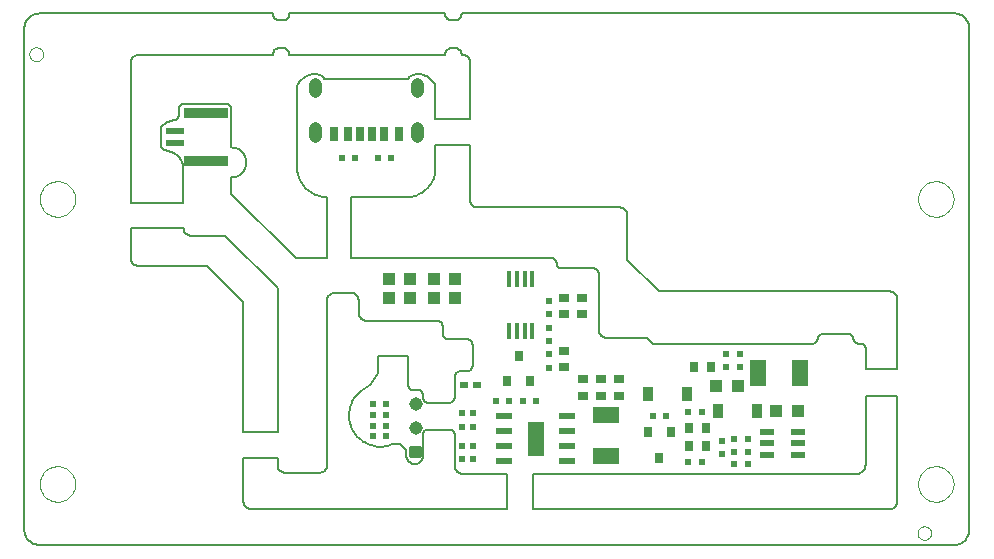
<source format=gtp>
G75*
G70*
%OFA0B0*%
%FSLAX24Y24*%
%IPPOS*%
%LPD*%
%AMOC8*
5,1,8,0,0,1.08239X$1,22.5*
%
%ADD10C,0.0050*%
%ADD11C,0.0000*%
%ADD12R,0.0197X0.0220*%
%ADD13R,0.0220X0.0197*%
%ADD14R,0.0315X0.0472*%
%ADD15R,0.0250X0.0472*%
%ADD16C,0.0004*%
%ADD17C,0.0433*%
%ADD18C,0.0450*%
%ADD19C,0.0120*%
%ADD20R,0.0600X0.0236*%
%ADD21R,0.1450X0.0350*%
%ADD22R,0.0394X0.0433*%
%ADD23R,0.0250X0.0197*%
%ADD24R,0.0472X0.0217*%
%ADD25R,0.0358X0.0480*%
%ADD26R,0.0551X0.0906*%
%ADD27R,0.0157X0.0551*%
%ADD28R,0.0354X0.0250*%
%ADD29R,0.0315X0.0354*%
%ADD30R,0.0250X0.0354*%
%ADD31R,0.0551X0.0236*%
%ADD32R,0.0551X0.1181*%
%ADD33R,0.0906X0.0551*%
D10*
X001427Y000927D02*
X031912Y000927D01*
X031957Y000928D01*
X032000Y000934D01*
X032044Y000943D01*
X032086Y000956D01*
X032127Y000972D01*
X032166Y000992D01*
X032204Y001015D01*
X032239Y001042D01*
X032272Y001071D01*
X032302Y001104D01*
X032329Y001138D01*
X032353Y001175D01*
X032374Y001214D01*
X032392Y001255D01*
X032405Y001297D01*
X032415Y001340D01*
X032422Y001383D01*
X032424Y001427D01*
X032423Y001427D02*
X032423Y018144D01*
X032424Y018145D02*
X032421Y018188D01*
X032415Y018232D01*
X032405Y018275D01*
X032391Y018317D01*
X032374Y018357D01*
X032353Y018396D01*
X032329Y018433D01*
X032302Y018468D01*
X032271Y018500D01*
X032239Y018529D01*
X032203Y018555D01*
X032166Y018579D01*
X032127Y018598D01*
X032086Y018615D01*
X032043Y018627D01*
X032000Y018636D01*
X031957Y018642D01*
X031912Y018643D01*
X031912Y018642D02*
X015500Y018642D01*
X015500Y018614D01*
X015496Y018586D01*
X015489Y018559D01*
X015478Y018533D01*
X015464Y018509D01*
X015447Y018487D01*
X015427Y018467D01*
X015405Y018450D01*
X015381Y018436D01*
X015355Y018425D01*
X015328Y018418D01*
X015300Y018414D01*
X015150Y018414D01*
X015122Y018418D01*
X015095Y018425D01*
X015069Y018436D01*
X015045Y018450D01*
X015023Y018467D01*
X015003Y018487D01*
X014986Y018509D01*
X014972Y018533D01*
X014961Y018559D01*
X014954Y018586D01*
X014950Y018614D01*
X014950Y018642D01*
X009762Y018642D01*
X009762Y018614D01*
X009758Y018586D01*
X009751Y018559D01*
X009740Y018533D01*
X009726Y018509D01*
X009709Y018487D01*
X009689Y018467D01*
X009667Y018450D01*
X009643Y018436D01*
X009617Y018425D01*
X009590Y018418D01*
X009562Y018414D01*
X009412Y018414D01*
X009413Y018414D02*
X009384Y018418D01*
X009357Y018425D01*
X009331Y018435D01*
X009306Y018449D01*
X009283Y018466D01*
X009263Y018486D01*
X009245Y018508D01*
X009231Y018533D01*
X009219Y018559D01*
X009212Y018586D01*
X009208Y018614D01*
X009207Y018642D01*
X001427Y018642D01*
X001383Y018640D01*
X001340Y018635D01*
X001298Y018625D01*
X001256Y018612D01*
X001216Y018596D01*
X001177Y018576D01*
X001141Y018552D01*
X001106Y018526D01*
X001074Y018497D01*
X001044Y018465D01*
X001018Y018430D01*
X000994Y018393D01*
X000974Y018355D01*
X000957Y018315D01*
X000944Y018273D01*
X000935Y018231D01*
X000929Y018187D01*
X000927Y018144D01*
X000927Y001427D01*
X000929Y001383D01*
X000935Y001340D01*
X000944Y001298D01*
X000957Y001256D01*
X000974Y001216D01*
X000994Y001177D01*
X001017Y001140D01*
X001044Y001106D01*
X001073Y001073D01*
X001106Y001044D01*
X001140Y001017D01*
X001177Y000994D01*
X001216Y000974D01*
X001256Y000957D01*
X001298Y000944D01*
X001340Y000935D01*
X001383Y000929D01*
X001427Y000927D01*
X008225Y002376D02*
X008225Y003826D01*
X009365Y003826D01*
X009365Y003586D01*
X009367Y003556D01*
X009372Y003526D01*
X009381Y003497D01*
X009394Y003470D01*
X009409Y003444D01*
X009428Y003420D01*
X009449Y003399D01*
X009473Y003380D01*
X009499Y003365D01*
X009526Y003352D01*
X009555Y003343D01*
X009585Y003338D01*
X009615Y003336D01*
X010765Y003336D01*
X010795Y003338D01*
X010825Y003343D01*
X010854Y003352D01*
X010881Y003365D01*
X010907Y003380D01*
X010931Y003399D01*
X010952Y003420D01*
X010971Y003444D01*
X010986Y003470D01*
X010999Y003497D01*
X011008Y003526D01*
X011013Y003556D01*
X011015Y003586D01*
X011015Y009086D01*
X011017Y009116D01*
X011022Y009146D01*
X011031Y009175D01*
X011044Y009202D01*
X011059Y009228D01*
X011078Y009252D01*
X011099Y009273D01*
X011123Y009292D01*
X011149Y009307D01*
X011176Y009320D01*
X011205Y009329D01*
X011235Y009334D01*
X011265Y009336D01*
X011815Y009336D01*
X011845Y009334D01*
X011875Y009329D01*
X011904Y009320D01*
X011931Y009307D01*
X011957Y009292D01*
X011981Y009273D01*
X012002Y009252D01*
X012021Y009228D01*
X012036Y009202D01*
X012049Y009175D01*
X012058Y009146D01*
X012063Y009116D01*
X012065Y009086D01*
X012065Y008686D01*
X012067Y008652D01*
X012073Y008619D01*
X012082Y008587D01*
X012095Y008556D01*
X012111Y008526D01*
X012130Y008499D01*
X012153Y008474D01*
X012178Y008451D01*
X012205Y008432D01*
X012235Y008416D01*
X012266Y008403D01*
X012298Y008394D01*
X012331Y008388D01*
X012365Y008386D01*
X014715Y008386D01*
X014738Y008384D01*
X014761Y008379D01*
X014783Y008370D01*
X014803Y008357D01*
X014821Y008342D01*
X014836Y008324D01*
X014849Y008304D01*
X014858Y008282D01*
X014863Y008259D01*
X014865Y008236D01*
X014865Y007986D01*
X014865Y007985D02*
X014868Y007957D01*
X014876Y007930D01*
X014887Y007904D01*
X014901Y007880D01*
X014919Y007858D01*
X014939Y007838D01*
X014961Y007821D01*
X014986Y007807D01*
X015012Y007796D01*
X015039Y007789D01*
X015067Y007785D01*
X015096Y007786D01*
X015665Y007786D01*
X015691Y007784D01*
X015717Y007779D01*
X015742Y007771D01*
X015765Y007759D01*
X015787Y007745D01*
X015806Y007727D01*
X015824Y007708D01*
X015838Y007686D01*
X015850Y007663D01*
X015858Y007638D01*
X015863Y007612D01*
X015865Y007586D01*
X015865Y006896D01*
X015861Y006869D01*
X015854Y006843D01*
X015843Y006818D01*
X015829Y006795D01*
X015812Y006774D01*
X015792Y006756D01*
X015769Y006741D01*
X015745Y006729D01*
X015719Y006721D01*
X015692Y006717D01*
X015665Y006716D01*
X015465Y006716D01*
X015439Y006714D01*
X015413Y006709D01*
X015388Y006701D01*
X015365Y006689D01*
X015343Y006675D01*
X015324Y006657D01*
X015306Y006638D01*
X015292Y006616D01*
X015280Y006593D01*
X015272Y006568D01*
X015267Y006542D01*
X015265Y006516D01*
X015265Y005830D01*
X015262Y005806D01*
X015256Y005784D01*
X015247Y005762D01*
X015235Y005742D01*
X015220Y005724D01*
X015203Y005708D01*
X015183Y005695D01*
X015162Y005685D01*
X015140Y005678D01*
X015117Y005674D01*
X015094Y005673D01*
X015093Y005673D02*
X014360Y005673D01*
X014360Y005674D02*
X014337Y005678D01*
X014315Y005685D01*
X014294Y005695D01*
X014275Y005708D01*
X014258Y005724D01*
X014244Y005742D01*
X014232Y005762D01*
X014223Y005783D01*
X014217Y005805D01*
X014214Y005828D01*
X014215Y005851D01*
X014215Y005913D01*
X014215Y005914D02*
X014215Y005937D01*
X014211Y005960D01*
X014205Y005982D01*
X014195Y006003D01*
X014183Y006022D01*
X014168Y006039D01*
X014150Y006054D01*
X014131Y006067D01*
X014110Y006076D01*
X014088Y006082D01*
X014065Y006086D01*
X013875Y006086D01*
X013875Y006087D02*
X013852Y006090D01*
X013830Y006097D01*
X013809Y006107D01*
X013789Y006120D01*
X013772Y006136D01*
X013756Y006153D01*
X013744Y006173D01*
X013735Y006195D01*
X013728Y006217D01*
X013725Y006240D01*
X013726Y006264D01*
X013725Y006263D02*
X013725Y007213D01*
X012725Y007213D01*
X012725Y006713D01*
X012704Y006656D01*
X012681Y006600D01*
X012654Y006546D01*
X012624Y006493D01*
X012592Y006442D01*
X012556Y006393D01*
X012518Y006346D01*
X012478Y006301D01*
X012435Y006258D01*
X012389Y006218D01*
X012341Y006181D01*
X012292Y006146D01*
X012240Y006114D01*
X012187Y006085D01*
X012187Y006086D02*
X012137Y006048D01*
X012089Y006007D01*
X012044Y005963D01*
X012002Y005917D01*
X011962Y005868D01*
X011926Y005816D01*
X011893Y005763D01*
X011863Y005708D01*
X011836Y005651D01*
X011813Y005592D01*
X011794Y005532D01*
X011778Y005471D01*
X011766Y005410D01*
X011757Y005347D01*
X011753Y005284D01*
X011752Y005222D01*
X011755Y005159D01*
X011762Y005096D01*
X011773Y005034D01*
X011787Y004973D01*
X011805Y004913D01*
X011827Y004854D01*
X011852Y004796D01*
X011881Y004740D01*
X011913Y004686D01*
X011948Y004634D01*
X011986Y004584D01*
X012027Y004536D01*
X012072Y004491D01*
X012118Y004449D01*
X012167Y004410D01*
X012219Y004374D01*
X012272Y004341D01*
X012328Y004311D01*
X012385Y004285D01*
X012443Y004262D01*
X012503Y004243D01*
X012564Y004227D01*
X012626Y004215D01*
X012688Y004207D01*
X012751Y004203D01*
X012814Y004202D01*
X012877Y004206D01*
X012939Y004213D01*
X013001Y004224D01*
X013063Y004238D01*
X013123Y004256D01*
X013182Y004278D01*
X013239Y004304D01*
X013240Y004303D02*
X013460Y004303D01*
X013660Y004103D01*
X013660Y003903D01*
X013659Y003903D02*
X013661Y003871D01*
X013666Y003839D01*
X013676Y003808D01*
X013689Y003778D01*
X013705Y003750D01*
X013724Y003724D01*
X013746Y003701D01*
X013771Y003680D01*
X013798Y003662D01*
X013827Y003648D01*
X013857Y003637D01*
X013889Y003629D01*
X013921Y003625D01*
X013953Y003625D01*
X013985Y003629D01*
X014017Y003637D01*
X014047Y003648D01*
X014076Y003662D01*
X014103Y003680D01*
X014128Y003701D01*
X014150Y003724D01*
X014169Y003750D01*
X014185Y003778D01*
X014198Y003808D01*
X014208Y003839D01*
X014213Y003871D01*
X014215Y003903D01*
X014215Y004625D01*
X014218Y004648D01*
X014225Y004670D01*
X014235Y004691D01*
X014248Y004711D01*
X014263Y004728D01*
X014281Y004743D01*
X014301Y004755D01*
X014322Y004765D01*
X014345Y004771D01*
X014368Y004774D01*
X014391Y004773D01*
X015115Y004773D01*
X015138Y004770D01*
X015160Y004763D01*
X015180Y004754D01*
X015200Y004742D01*
X015217Y004727D01*
X015232Y004710D01*
X015245Y004691D01*
X015254Y004670D01*
X015261Y004648D01*
X015264Y004626D01*
X015265Y004603D01*
X015265Y003586D01*
X015267Y003552D01*
X015273Y003519D01*
X015282Y003487D01*
X015295Y003456D01*
X015311Y003426D01*
X015330Y003399D01*
X015353Y003374D01*
X015378Y003351D01*
X015405Y003332D01*
X015435Y003316D01*
X015466Y003303D01*
X015498Y003294D01*
X015531Y003288D01*
X015565Y003286D01*
X017025Y003286D01*
X017025Y002126D01*
X008475Y002126D01*
X008445Y002128D01*
X008415Y002133D01*
X008386Y002142D01*
X008359Y002155D01*
X008333Y002170D01*
X008309Y002189D01*
X008288Y002210D01*
X008269Y002234D01*
X008254Y002260D01*
X008241Y002287D01*
X008232Y002316D01*
X008227Y002346D01*
X008225Y002376D01*
X008225Y004676D02*
X009365Y004676D01*
X009365Y009486D01*
X007615Y011236D01*
X006515Y011236D01*
X006485Y011235D01*
X006455Y011237D01*
X006426Y011243D01*
X006398Y011252D01*
X006370Y011263D01*
X006344Y011278D01*
X006320Y011296D01*
X006299Y011316D01*
X006279Y011339D01*
X006262Y011364D01*
X006248Y011390D01*
X006237Y011418D01*
X006230Y011447D01*
X006225Y011476D01*
X004475Y011476D01*
X004475Y010476D01*
X004477Y010446D01*
X004482Y010416D01*
X004491Y010387D01*
X004504Y010360D01*
X004519Y010334D01*
X004538Y010310D01*
X004559Y010289D01*
X004583Y010270D01*
X004609Y010255D01*
X004636Y010242D01*
X004665Y010233D01*
X004695Y010228D01*
X004725Y010226D01*
X007025Y010226D01*
X008225Y009026D01*
X008225Y004676D01*
X017875Y003286D02*
X017875Y002126D01*
X029775Y002126D01*
X029805Y002128D01*
X029835Y002133D01*
X029864Y002142D01*
X029891Y002155D01*
X029917Y002170D01*
X029941Y002189D01*
X029962Y002210D01*
X029981Y002234D01*
X029996Y002260D01*
X030009Y002287D01*
X030018Y002316D01*
X030023Y002346D01*
X030025Y002376D01*
X030025Y005901D01*
X028965Y005901D01*
X028965Y003636D01*
X028966Y003602D01*
X028963Y003568D01*
X028957Y003534D01*
X028947Y003502D01*
X028934Y003470D01*
X028918Y003440D01*
X028898Y003412D01*
X028876Y003386D01*
X028851Y003363D01*
X028824Y003342D01*
X028795Y003324D01*
X028764Y003310D01*
X028732Y003298D01*
X028699Y003290D01*
X028665Y003286D01*
X017875Y003286D01*
X021865Y007636D02*
X021665Y007836D01*
X020325Y007836D01*
X020295Y007838D01*
X020265Y007843D01*
X020236Y007852D01*
X020209Y007865D01*
X020183Y007880D01*
X020159Y007899D01*
X020138Y007920D01*
X020119Y007944D01*
X020104Y007970D01*
X020091Y007997D01*
X020082Y008026D01*
X020077Y008056D01*
X020075Y008086D01*
X020075Y009955D01*
X020072Y009983D01*
X020066Y010009D01*
X020056Y010035D01*
X020043Y010059D01*
X020027Y010081D01*
X020008Y010101D01*
X019986Y010118D01*
X019963Y010132D01*
X019938Y010143D01*
X019912Y010151D01*
X019885Y010155D01*
X019858Y010156D01*
X019858Y010155D02*
X018821Y010155D01*
X018798Y010157D01*
X018776Y010162D01*
X018755Y010170D01*
X018735Y010182D01*
X018718Y010197D01*
X018703Y010214D01*
X018690Y010234D01*
X018681Y010255D01*
X018676Y010277D01*
X018674Y010300D01*
X018675Y010299D02*
X018674Y010325D01*
X018670Y010349D01*
X018663Y010374D01*
X018652Y010396D01*
X018638Y010417D01*
X018621Y010436D01*
X018602Y010452D01*
X018580Y010466D01*
X018557Y010476D01*
X018533Y010483D01*
X018508Y010486D01*
X011825Y010486D01*
X011825Y012524D01*
X013725Y012524D01*
X013724Y012525D02*
X013785Y012530D01*
X013846Y012540D01*
X013905Y012553D01*
X013964Y012570D01*
X014022Y012590D01*
X014078Y012615D01*
X014132Y012642D01*
X014185Y012673D01*
X014235Y012708D01*
X014283Y012745D01*
X014329Y012786D01*
X014372Y012829D01*
X014413Y012875D01*
X014450Y012924D01*
X014484Y012974D01*
X014515Y013027D01*
X014542Y013082D01*
X014566Y013138D01*
X014586Y013196D01*
X014603Y013255D01*
X014616Y013314D01*
X014625Y013375D01*
X014625Y013374D02*
X014625Y014264D01*
X015785Y014264D01*
X015785Y012426D01*
X015787Y012396D01*
X015792Y012366D01*
X015801Y012337D01*
X015814Y012310D01*
X015829Y012284D01*
X015848Y012260D01*
X015869Y012239D01*
X015893Y012220D01*
X015919Y012205D01*
X015946Y012192D01*
X015975Y012183D01*
X016005Y012178D01*
X016035Y012176D01*
X020775Y012176D01*
X020805Y012174D01*
X020835Y012169D01*
X020864Y012160D01*
X020891Y012147D01*
X020917Y012132D01*
X020941Y012113D01*
X020962Y012092D01*
X020981Y012068D01*
X020996Y012042D01*
X021009Y012015D01*
X021018Y011986D01*
X021023Y011956D01*
X021025Y011926D01*
X021025Y010436D01*
X022075Y009376D01*
X029775Y009376D01*
X029805Y009374D01*
X029835Y009369D01*
X029864Y009360D01*
X029891Y009347D01*
X029917Y009332D01*
X029941Y009313D01*
X029962Y009292D01*
X029981Y009268D01*
X029996Y009242D01*
X030009Y009215D01*
X030018Y009186D01*
X030023Y009156D01*
X030025Y009126D01*
X030025Y006801D01*
X028965Y006801D01*
X028965Y007455D01*
X028966Y007479D01*
X028964Y007502D01*
X028958Y007524D01*
X028949Y007546D01*
X028938Y007566D01*
X028923Y007584D01*
X028906Y007600D01*
X028887Y007614D01*
X028866Y007624D01*
X028844Y007632D01*
X028822Y007636D01*
X028821Y007636D02*
X028758Y007636D01*
X028732Y007635D01*
X028706Y007639D01*
X028680Y007646D01*
X028656Y007657D01*
X028634Y007671D01*
X028614Y007688D01*
X028596Y007708D01*
X028582Y007730D01*
X028570Y007753D01*
X028563Y007779D01*
X028559Y007805D01*
X028558Y007805D02*
X028556Y007828D01*
X028551Y007851D01*
X028542Y007873D01*
X028529Y007893D01*
X028514Y007911D01*
X028496Y007926D01*
X028476Y007939D01*
X028454Y007948D01*
X028431Y007953D01*
X028408Y007955D01*
X027521Y007955D01*
X027498Y007953D01*
X027475Y007948D01*
X027453Y007939D01*
X027433Y007926D01*
X027415Y007911D01*
X027400Y007893D01*
X027387Y007873D01*
X027378Y007851D01*
X027373Y007828D01*
X027371Y007805D01*
X027367Y007779D01*
X027360Y007753D01*
X027348Y007730D01*
X027334Y007708D01*
X027316Y007688D01*
X027296Y007671D01*
X027274Y007657D01*
X027250Y007646D01*
X027224Y007639D01*
X027198Y007635D01*
X027172Y007636D01*
X027171Y007636D02*
X021865Y007636D01*
X011025Y010486D02*
X011025Y012524D01*
X010975Y012524D01*
X010025Y013374D02*
X010025Y016238D01*
X010045Y016282D01*
X010069Y016324D01*
X010096Y016364D01*
X010126Y016402D01*
X010159Y016437D01*
X010195Y016470D01*
X010233Y016500D01*
X010273Y016527D01*
X010316Y016550D01*
X010360Y016570D01*
X010405Y016587D01*
X010452Y016600D01*
X010499Y016609D01*
X010547Y016614D01*
X010596Y016616D01*
X010644Y016614D01*
X010692Y016608D01*
X010739Y016598D01*
X010786Y016585D01*
X010831Y016568D01*
X010928Y016474D02*
X013718Y016474D01*
X013719Y016474D02*
X013730Y016494D01*
X013744Y016513D01*
X013760Y016530D01*
X013778Y016545D01*
X013798Y016558D01*
X013818Y016568D01*
X014625Y016238D02*
X014625Y015114D01*
X015785Y015114D01*
X015785Y017014D01*
X015784Y017044D01*
X015779Y017073D01*
X015771Y017101D01*
X015759Y017128D01*
X015744Y017154D01*
X015727Y017178D01*
X015706Y017199D01*
X015683Y017218D01*
X015658Y017234D01*
X015632Y017246D01*
X015603Y017256D01*
X015574Y017262D01*
X015545Y017264D01*
X015500Y017264D01*
X015500Y017292D01*
X015496Y017320D01*
X015489Y017347D01*
X015478Y017373D01*
X015464Y017397D01*
X015447Y017419D01*
X015427Y017439D01*
X015405Y017456D01*
X015381Y017470D01*
X015355Y017481D01*
X015328Y017488D01*
X015300Y017492D01*
X015150Y017492D01*
X015122Y017488D01*
X015095Y017481D01*
X015069Y017470D01*
X015045Y017456D01*
X015023Y017439D01*
X015003Y017419D01*
X014986Y017397D01*
X014972Y017373D01*
X014961Y017347D01*
X014954Y017320D01*
X014950Y017292D01*
X014950Y017264D01*
X009762Y017264D01*
X009762Y017292D01*
X009758Y017320D01*
X009751Y017347D01*
X009740Y017373D01*
X009726Y017397D01*
X009709Y017419D01*
X009689Y017439D01*
X009667Y017456D01*
X009643Y017470D01*
X009617Y017481D01*
X009590Y017488D01*
X009562Y017492D01*
X009412Y017492D01*
X009413Y017493D02*
X009384Y017489D01*
X009357Y017482D01*
X009331Y017472D01*
X009306Y017458D01*
X009283Y017441D01*
X009263Y017421D01*
X009245Y017399D01*
X009231Y017374D01*
X009219Y017348D01*
X009212Y017321D01*
X009208Y017293D01*
X009207Y017265D01*
X009207Y017264D02*
X004725Y017264D01*
X004695Y017262D01*
X004665Y017257D01*
X004636Y017248D01*
X004609Y017235D01*
X004583Y017220D01*
X004559Y017201D01*
X004538Y017180D01*
X004519Y017156D01*
X004504Y017130D01*
X004491Y017103D01*
X004482Y017074D01*
X004477Y017044D01*
X004475Y017014D01*
X004475Y012326D01*
X006225Y012326D01*
X006225Y013526D01*
X005925Y013976D02*
X005625Y014076D01*
X005599Y014085D01*
X005574Y014097D01*
X005551Y014113D01*
X005530Y014131D01*
X005512Y014152D01*
X005496Y014175D01*
X005484Y014200D01*
X005475Y014226D01*
X005475Y014826D01*
X005625Y014976D02*
X005925Y015076D01*
X006075Y015226D02*
X006075Y015476D01*
X006077Y015499D01*
X006082Y015522D01*
X006091Y015544D01*
X006104Y015564D01*
X006119Y015582D01*
X006137Y015597D01*
X006157Y015610D01*
X006179Y015619D01*
X006202Y015624D01*
X006225Y015626D01*
X007675Y015626D01*
X007698Y015624D01*
X007721Y015619D01*
X007743Y015610D01*
X007763Y015597D01*
X007781Y015582D01*
X007796Y015564D01*
X007809Y015544D01*
X007818Y015522D01*
X007823Y015499D01*
X007825Y015476D01*
X007825Y014176D01*
X007869Y014174D01*
X007912Y014168D01*
X007954Y014159D01*
X007996Y014146D01*
X008036Y014129D01*
X008075Y014109D01*
X008112Y014086D01*
X008146Y014059D01*
X008179Y014030D01*
X008208Y013997D01*
X008235Y013963D01*
X008258Y013926D01*
X008278Y013887D01*
X008295Y013847D01*
X008308Y013805D01*
X008317Y013763D01*
X008323Y013720D01*
X008325Y013676D01*
X008323Y013632D01*
X008317Y013589D01*
X008308Y013547D01*
X008295Y013505D01*
X008278Y013465D01*
X008258Y013426D01*
X008235Y013389D01*
X008208Y013355D01*
X008179Y013322D01*
X008146Y013293D01*
X008112Y013266D01*
X008075Y013243D01*
X008036Y013223D01*
X007996Y013206D01*
X007954Y013193D01*
X007912Y013184D01*
X007869Y013178D01*
X007825Y013176D01*
X007825Y012636D01*
X009965Y010486D01*
X011025Y010486D01*
X010974Y012524D02*
X010914Y012527D01*
X010855Y012535D01*
X010795Y012546D01*
X010737Y012560D01*
X010680Y012578D01*
X010623Y012600D01*
X010569Y012625D01*
X010515Y012653D01*
X010464Y012684D01*
X010415Y012719D01*
X010367Y012756D01*
X010322Y012796D01*
X010280Y012839D01*
X010240Y012884D01*
X010204Y012932D01*
X010170Y012982D01*
X010139Y013033D01*
X010111Y013087D01*
X010087Y013142D01*
X010066Y013198D01*
X010048Y013256D01*
X010034Y013315D01*
X010024Y013374D01*
X005625Y014976D02*
X005599Y014967D01*
X005574Y014955D01*
X005551Y014939D01*
X005530Y014921D01*
X005512Y014900D01*
X005496Y014877D01*
X005484Y014852D01*
X005475Y014826D01*
X005925Y015076D02*
X005954Y015089D01*
X005980Y015105D01*
X006005Y015124D01*
X006027Y015146D01*
X006046Y015171D01*
X006062Y015197D01*
X006075Y015226D01*
X005925Y013976D02*
X005963Y013950D01*
X006000Y013922D01*
X006035Y013891D01*
X006067Y013857D01*
X006097Y013822D01*
X006125Y013784D01*
X006149Y013744D01*
X006170Y013703D01*
X006189Y013660D01*
X006204Y013616D01*
X006216Y013571D01*
X006225Y013526D01*
X010831Y016568D02*
X010851Y016558D01*
X010870Y016545D01*
X010888Y016530D01*
X010903Y016513D01*
X010917Y016494D01*
X010928Y016474D01*
X013819Y016568D02*
X013864Y016585D01*
X013911Y016598D01*
X013958Y016608D01*
X014006Y016614D01*
X014054Y016616D01*
X014103Y016614D01*
X014151Y016609D01*
X014198Y016600D01*
X014245Y016587D01*
X014290Y016570D01*
X014334Y016550D01*
X014377Y016527D01*
X014417Y016500D01*
X014455Y016470D01*
X014491Y016437D01*
X014524Y016402D01*
X014554Y016364D01*
X014581Y016324D01*
X014605Y016282D01*
X014625Y016238D01*
D11*
X001440Y012459D02*
X001442Y012507D01*
X001448Y012555D01*
X001458Y012602D01*
X001471Y012648D01*
X001489Y012693D01*
X001509Y012737D01*
X001534Y012779D01*
X001562Y012818D01*
X001592Y012855D01*
X001626Y012889D01*
X001663Y012921D01*
X001701Y012950D01*
X001742Y012975D01*
X001785Y012997D01*
X001830Y013015D01*
X001876Y013029D01*
X001923Y013040D01*
X001971Y013047D01*
X002019Y013050D01*
X002067Y013049D01*
X002115Y013044D01*
X002163Y013035D01*
X002209Y013023D01*
X002254Y013006D01*
X002298Y012986D01*
X002340Y012963D01*
X002380Y012936D01*
X002418Y012906D01*
X002453Y012873D01*
X002485Y012837D01*
X002515Y012799D01*
X002541Y012758D01*
X002563Y012715D01*
X002583Y012671D01*
X002598Y012626D01*
X002610Y012579D01*
X002618Y012531D01*
X002622Y012483D01*
X002622Y012435D01*
X002618Y012387D01*
X002610Y012339D01*
X002598Y012292D01*
X002583Y012247D01*
X002563Y012203D01*
X002541Y012160D01*
X002515Y012119D01*
X002485Y012081D01*
X002453Y012045D01*
X002418Y012012D01*
X002380Y011982D01*
X002340Y011955D01*
X002298Y011932D01*
X002254Y011912D01*
X002209Y011895D01*
X002163Y011883D01*
X002115Y011874D01*
X002067Y011869D01*
X002019Y011868D01*
X001971Y011871D01*
X001923Y011878D01*
X001876Y011889D01*
X001830Y011903D01*
X001785Y011921D01*
X001742Y011943D01*
X001701Y011968D01*
X001663Y011997D01*
X001626Y012029D01*
X001592Y012063D01*
X001562Y012100D01*
X001534Y012139D01*
X001509Y012181D01*
X001489Y012225D01*
X001471Y012270D01*
X001458Y012316D01*
X001448Y012363D01*
X001442Y012411D01*
X001440Y012459D01*
X001094Y017283D02*
X001096Y017313D01*
X001102Y017342D01*
X001111Y017370D01*
X001124Y017396D01*
X001141Y017421D01*
X001160Y017444D01*
X001183Y017463D01*
X001207Y017480D01*
X001234Y017493D01*
X001262Y017502D01*
X001291Y017508D01*
X001321Y017510D01*
X001351Y017508D01*
X001380Y017502D01*
X001408Y017493D01*
X001434Y017480D01*
X001459Y017463D01*
X001482Y017444D01*
X001501Y017421D01*
X001518Y017397D01*
X001531Y017370D01*
X001540Y017342D01*
X001546Y017313D01*
X001548Y017283D01*
X001546Y017253D01*
X001540Y017224D01*
X001531Y017196D01*
X001518Y017170D01*
X001501Y017145D01*
X001482Y017122D01*
X001459Y017103D01*
X001435Y017086D01*
X001408Y017073D01*
X001380Y017064D01*
X001351Y017058D01*
X001321Y017056D01*
X001291Y017058D01*
X001262Y017064D01*
X001234Y017073D01*
X001208Y017086D01*
X001183Y017103D01*
X001160Y017122D01*
X001141Y017145D01*
X001124Y017169D01*
X001111Y017196D01*
X001102Y017224D01*
X001096Y017253D01*
X001094Y017283D01*
X001440Y002959D02*
X001442Y003007D01*
X001448Y003055D01*
X001458Y003102D01*
X001471Y003148D01*
X001489Y003193D01*
X001509Y003237D01*
X001534Y003279D01*
X001562Y003318D01*
X001592Y003355D01*
X001626Y003389D01*
X001663Y003421D01*
X001701Y003450D01*
X001742Y003475D01*
X001785Y003497D01*
X001830Y003515D01*
X001876Y003529D01*
X001923Y003540D01*
X001971Y003547D01*
X002019Y003550D01*
X002067Y003549D01*
X002115Y003544D01*
X002163Y003535D01*
X002209Y003523D01*
X002254Y003506D01*
X002298Y003486D01*
X002340Y003463D01*
X002380Y003436D01*
X002418Y003406D01*
X002453Y003373D01*
X002485Y003337D01*
X002515Y003299D01*
X002541Y003258D01*
X002563Y003215D01*
X002583Y003171D01*
X002598Y003126D01*
X002610Y003079D01*
X002618Y003031D01*
X002622Y002983D01*
X002622Y002935D01*
X002618Y002887D01*
X002610Y002839D01*
X002598Y002792D01*
X002583Y002747D01*
X002563Y002703D01*
X002541Y002660D01*
X002515Y002619D01*
X002485Y002581D01*
X002453Y002545D01*
X002418Y002512D01*
X002380Y002482D01*
X002340Y002455D01*
X002298Y002432D01*
X002254Y002412D01*
X002209Y002395D01*
X002163Y002383D01*
X002115Y002374D01*
X002067Y002369D01*
X002019Y002368D01*
X001971Y002371D01*
X001923Y002378D01*
X001876Y002389D01*
X001830Y002403D01*
X001785Y002421D01*
X001742Y002443D01*
X001701Y002468D01*
X001663Y002497D01*
X001626Y002529D01*
X001592Y002563D01*
X001562Y002600D01*
X001534Y002639D01*
X001509Y002681D01*
X001489Y002725D01*
X001471Y002770D01*
X001458Y002816D01*
X001448Y002863D01*
X001442Y002911D01*
X001440Y002959D01*
X030698Y001321D02*
X030700Y001351D01*
X030706Y001380D01*
X030715Y001408D01*
X030728Y001434D01*
X030745Y001459D01*
X030764Y001482D01*
X030787Y001501D01*
X030811Y001518D01*
X030838Y001531D01*
X030866Y001540D01*
X030895Y001546D01*
X030925Y001548D01*
X030955Y001546D01*
X030984Y001540D01*
X031012Y001531D01*
X031038Y001518D01*
X031063Y001501D01*
X031086Y001482D01*
X031105Y001459D01*
X031122Y001435D01*
X031135Y001408D01*
X031144Y001380D01*
X031150Y001351D01*
X031152Y001321D01*
X031150Y001291D01*
X031144Y001262D01*
X031135Y001234D01*
X031122Y001208D01*
X031105Y001183D01*
X031086Y001160D01*
X031063Y001141D01*
X031039Y001124D01*
X031012Y001111D01*
X030984Y001102D01*
X030955Y001096D01*
X030925Y001094D01*
X030895Y001096D01*
X030866Y001102D01*
X030838Y001111D01*
X030812Y001124D01*
X030787Y001141D01*
X030764Y001160D01*
X030745Y001183D01*
X030728Y001207D01*
X030715Y001234D01*
X030706Y001262D01*
X030700Y001291D01*
X030698Y001321D01*
X030718Y002959D02*
X030720Y003007D01*
X030726Y003055D01*
X030736Y003102D01*
X030749Y003148D01*
X030767Y003193D01*
X030787Y003237D01*
X030812Y003279D01*
X030840Y003318D01*
X030870Y003355D01*
X030904Y003389D01*
X030941Y003421D01*
X030979Y003450D01*
X031020Y003475D01*
X031063Y003497D01*
X031108Y003515D01*
X031154Y003529D01*
X031201Y003540D01*
X031249Y003547D01*
X031297Y003550D01*
X031345Y003549D01*
X031393Y003544D01*
X031441Y003535D01*
X031487Y003523D01*
X031532Y003506D01*
X031576Y003486D01*
X031618Y003463D01*
X031658Y003436D01*
X031696Y003406D01*
X031731Y003373D01*
X031763Y003337D01*
X031793Y003299D01*
X031819Y003258D01*
X031841Y003215D01*
X031861Y003171D01*
X031876Y003126D01*
X031888Y003079D01*
X031896Y003031D01*
X031900Y002983D01*
X031900Y002935D01*
X031896Y002887D01*
X031888Y002839D01*
X031876Y002792D01*
X031861Y002747D01*
X031841Y002703D01*
X031819Y002660D01*
X031793Y002619D01*
X031763Y002581D01*
X031731Y002545D01*
X031696Y002512D01*
X031658Y002482D01*
X031618Y002455D01*
X031576Y002432D01*
X031532Y002412D01*
X031487Y002395D01*
X031441Y002383D01*
X031393Y002374D01*
X031345Y002369D01*
X031297Y002368D01*
X031249Y002371D01*
X031201Y002378D01*
X031154Y002389D01*
X031108Y002403D01*
X031063Y002421D01*
X031020Y002443D01*
X030979Y002468D01*
X030941Y002497D01*
X030904Y002529D01*
X030870Y002563D01*
X030840Y002600D01*
X030812Y002639D01*
X030787Y002681D01*
X030767Y002725D01*
X030749Y002770D01*
X030736Y002816D01*
X030726Y002863D01*
X030720Y002911D01*
X030718Y002959D01*
X030718Y012459D02*
X030720Y012507D01*
X030726Y012555D01*
X030736Y012602D01*
X030749Y012648D01*
X030767Y012693D01*
X030787Y012737D01*
X030812Y012779D01*
X030840Y012818D01*
X030870Y012855D01*
X030904Y012889D01*
X030941Y012921D01*
X030979Y012950D01*
X031020Y012975D01*
X031063Y012997D01*
X031108Y013015D01*
X031154Y013029D01*
X031201Y013040D01*
X031249Y013047D01*
X031297Y013050D01*
X031345Y013049D01*
X031393Y013044D01*
X031441Y013035D01*
X031487Y013023D01*
X031532Y013006D01*
X031576Y012986D01*
X031618Y012963D01*
X031658Y012936D01*
X031696Y012906D01*
X031731Y012873D01*
X031763Y012837D01*
X031793Y012799D01*
X031819Y012758D01*
X031841Y012715D01*
X031861Y012671D01*
X031876Y012626D01*
X031888Y012579D01*
X031896Y012531D01*
X031900Y012483D01*
X031900Y012435D01*
X031896Y012387D01*
X031888Y012339D01*
X031876Y012292D01*
X031861Y012247D01*
X031841Y012203D01*
X031819Y012160D01*
X031793Y012119D01*
X031763Y012081D01*
X031731Y012045D01*
X031696Y012012D01*
X031658Y011982D01*
X031618Y011955D01*
X031576Y011932D01*
X031532Y011912D01*
X031487Y011895D01*
X031441Y011883D01*
X031393Y011874D01*
X031345Y011869D01*
X031297Y011868D01*
X031249Y011871D01*
X031201Y011878D01*
X031154Y011889D01*
X031108Y011903D01*
X031063Y011921D01*
X031020Y011943D01*
X030979Y011968D01*
X030941Y011997D01*
X030904Y012029D01*
X030870Y012063D01*
X030840Y012100D01*
X030812Y012139D01*
X030787Y012181D01*
X030767Y012225D01*
X030749Y012270D01*
X030736Y012316D01*
X030726Y012363D01*
X030720Y012411D01*
X030718Y012459D01*
D12*
X018400Y009066D03*
X018400Y008619D03*
X018400Y008166D03*
X018400Y007719D03*
X018400Y007275D03*
X018400Y006829D03*
X015876Y005316D03*
X015516Y005316D03*
X015516Y004870D03*
X015876Y004870D03*
X015876Y004223D03*
X015516Y004223D03*
X015516Y003776D03*
X015876Y003776D03*
X024169Y003960D03*
X024169Y004407D03*
D13*
X024595Y004445D03*
X024595Y004035D03*
X024595Y003625D03*
X025042Y003625D03*
X025042Y004035D03*
X025042Y004445D03*
X023506Y003705D03*
X023059Y003705D03*
X022313Y005215D03*
X021866Y005215D03*
X023059Y005348D03*
X023506Y005348D03*
X024323Y006870D03*
X024323Y007296D03*
X024770Y007296D03*
X024770Y006870D03*
X017995Y005709D03*
X017549Y005709D03*
X017095Y005709D03*
X016649Y005709D03*
X012988Y005626D03*
X012541Y005626D03*
X012541Y005266D03*
X012541Y004906D03*
X012988Y004906D03*
X012988Y005266D03*
X012988Y004546D03*
X012541Y004546D03*
X012701Y013814D03*
X013148Y013814D03*
X011948Y013814D03*
X011501Y013814D03*
D14*
X011726Y014637D03*
X011242Y014637D03*
X012923Y014637D03*
X013407Y014637D03*
D15*
X012522Y014637D03*
X012128Y014637D03*
D16*
X010732Y014566D02*
X010732Y014810D01*
X010730Y014830D01*
X010725Y014849D01*
X010716Y014867D01*
X010704Y014883D01*
X010689Y014896D01*
X010672Y014907D01*
X010654Y014914D01*
X010634Y014918D01*
X010614Y014918D01*
X010594Y014914D01*
X010576Y014907D01*
X010559Y014896D01*
X010544Y014883D01*
X010532Y014867D01*
X010523Y014849D01*
X010518Y014830D01*
X010516Y014810D01*
X010516Y014566D01*
X010518Y014546D01*
X010523Y014527D01*
X010532Y014509D01*
X010544Y014493D01*
X010559Y014480D01*
X010576Y014469D01*
X010594Y014462D01*
X010614Y014458D01*
X010634Y014458D01*
X010654Y014462D01*
X010672Y014469D01*
X010689Y014480D01*
X010704Y014493D01*
X010716Y014509D01*
X010725Y014527D01*
X010730Y014546D01*
X010732Y014566D01*
X010732Y016062D02*
X010732Y016306D01*
X010730Y016326D01*
X010725Y016345D01*
X010716Y016363D01*
X010704Y016379D01*
X010689Y016392D01*
X010672Y016403D01*
X010654Y016410D01*
X010634Y016414D01*
X010614Y016414D01*
X010594Y016410D01*
X010576Y016403D01*
X010559Y016392D01*
X010544Y016379D01*
X010532Y016363D01*
X010523Y016345D01*
X010518Y016326D01*
X010516Y016306D01*
X010516Y016062D01*
X010518Y016042D01*
X010523Y016023D01*
X010532Y016005D01*
X010544Y015989D01*
X010559Y015976D01*
X010576Y015965D01*
X010594Y015958D01*
X010614Y015954D01*
X010634Y015954D01*
X010654Y015958D01*
X010672Y015965D01*
X010689Y015976D01*
X010704Y015989D01*
X010716Y016005D01*
X010725Y016023D01*
X010730Y016042D01*
X010732Y016062D01*
X013917Y016062D02*
X013917Y016306D01*
X013918Y016306D02*
X013920Y016326D01*
X013925Y016345D01*
X013934Y016363D01*
X013946Y016379D01*
X013961Y016392D01*
X013978Y016403D01*
X013996Y016410D01*
X014016Y016414D01*
X014036Y016414D01*
X014056Y016410D01*
X014074Y016403D01*
X014091Y016392D01*
X014106Y016379D01*
X014118Y016363D01*
X014127Y016345D01*
X014132Y016326D01*
X014134Y016306D01*
X014134Y016062D01*
X014132Y016042D01*
X014127Y016023D01*
X014118Y016005D01*
X014106Y015989D01*
X014091Y015976D01*
X014074Y015965D01*
X014056Y015958D01*
X014036Y015954D01*
X014016Y015954D01*
X013996Y015958D01*
X013978Y015965D01*
X013961Y015976D01*
X013946Y015989D01*
X013934Y016005D01*
X013925Y016023D01*
X013920Y016042D01*
X013918Y016062D01*
X013917Y014810D02*
X013917Y014566D01*
X013918Y014566D02*
X013920Y014546D01*
X013925Y014527D01*
X013934Y014509D01*
X013946Y014493D01*
X013961Y014480D01*
X013978Y014469D01*
X013996Y014462D01*
X014016Y014458D01*
X014036Y014458D01*
X014056Y014462D01*
X014074Y014469D01*
X014091Y014480D01*
X014106Y014493D01*
X014118Y014509D01*
X014127Y014527D01*
X014132Y014546D01*
X014134Y014566D01*
X014134Y014810D01*
X014132Y014830D01*
X014127Y014849D01*
X014118Y014867D01*
X014106Y014883D01*
X014091Y014896D01*
X014074Y014907D01*
X014056Y014914D01*
X014036Y014918D01*
X014016Y014918D01*
X013996Y014914D01*
X013978Y014907D01*
X013961Y014896D01*
X013946Y014883D01*
X013934Y014867D01*
X013925Y014849D01*
X013920Y014830D01*
X013918Y014810D01*
D17*
X014026Y014572D02*
X014026Y014572D01*
X014026Y014808D01*
X014026Y014808D01*
X014026Y014572D01*
X014026Y016068D02*
X014026Y016068D01*
X014026Y016304D01*
X014026Y016304D01*
X014026Y016068D01*
X010624Y016068D02*
X010624Y016068D01*
X010624Y016304D01*
X010624Y016304D01*
X010624Y016068D01*
X010624Y014572D02*
X010624Y014572D01*
X010624Y014808D01*
X010624Y014808D01*
X010624Y014572D01*
D18*
X013965Y005616D03*
X013965Y004816D03*
D19*
X013825Y004156D02*
X014105Y004156D01*
X014105Y003876D01*
X013825Y003876D01*
X013825Y004156D01*
X013825Y003995D02*
X014105Y003995D01*
X014105Y004114D02*
X013825Y004114D01*
D20*
X005931Y014329D03*
X005931Y014723D03*
D21*
X006975Y015334D03*
X006975Y013717D03*
D22*
X013070Y009801D03*
X013779Y009801D03*
X014570Y009800D03*
X015279Y009800D03*
X015279Y009150D03*
X014570Y009150D03*
X013779Y009150D03*
X013070Y009150D03*
X023990Y006210D03*
X024699Y006210D03*
X025996Y005383D03*
X026706Y005383D03*
D23*
X016017Y006274D03*
X015577Y006274D03*
D24*
X025677Y004684D03*
X025677Y004310D03*
X025677Y003936D03*
X026700Y003936D03*
X026700Y004310D03*
X026700Y004684D03*
D25*
X025336Y005383D03*
X024047Y005383D03*
X023011Y005956D03*
X021722Y005956D03*
D26*
X025390Y006660D03*
X026787Y006660D03*
D27*
X017859Y008068D03*
X017603Y008068D03*
X017347Y008068D03*
X017091Y008068D03*
X017091Y009800D03*
X017347Y009800D03*
X017603Y009800D03*
X017859Y009800D03*
D28*
X018925Y009174D03*
X018925Y008628D03*
X019525Y008627D03*
X019525Y009174D03*
X018925Y007404D03*
X018925Y006857D03*
X019558Y006450D03*
X019558Y005904D03*
X020161Y005904D03*
X020161Y006450D03*
X020761Y006450D03*
X020761Y005904D03*
D29*
X021722Y004679D03*
X022470Y004679D03*
X022096Y003823D03*
X017774Y006377D03*
X017026Y006377D03*
X017400Y007234D03*
D30*
X023251Y006860D03*
X023798Y006860D03*
X023636Y004820D03*
X023089Y004820D03*
X023089Y004213D03*
X023636Y004213D03*
D31*
X019015Y004218D03*
X019015Y004718D03*
X019015Y005218D03*
X016929Y005218D03*
X016929Y004718D03*
X016929Y004218D03*
X016929Y003718D03*
X019015Y003718D03*
D32*
X017972Y004468D03*
D33*
X020329Y003876D03*
X020329Y005274D03*
M02*

</source>
